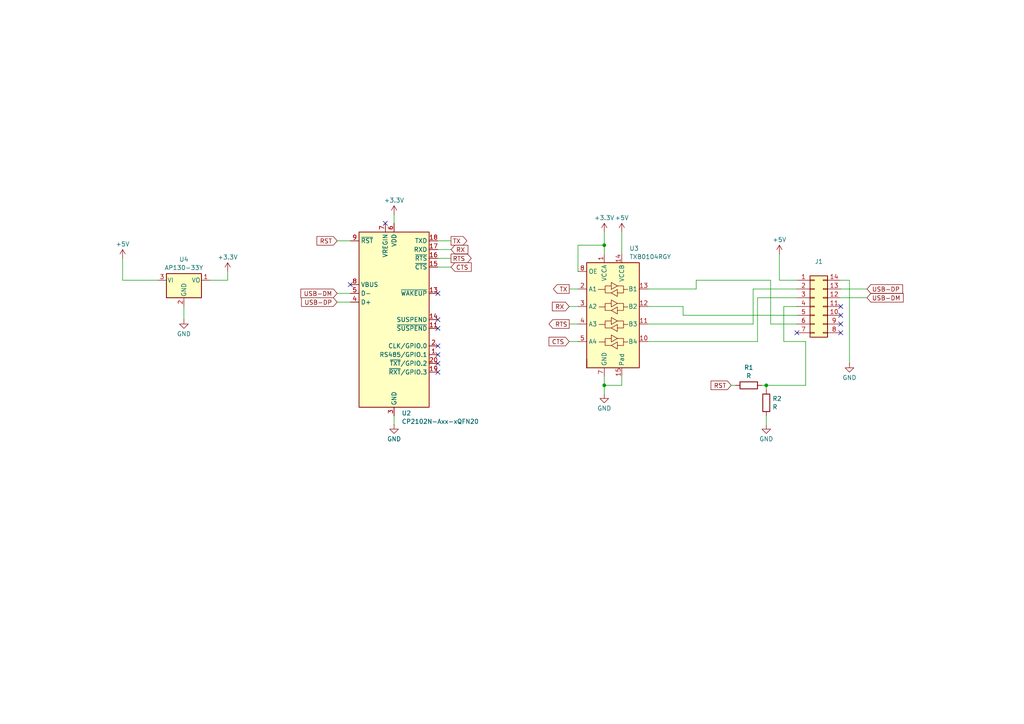
<source format=kicad_sch>
(kicad_sch
	(version 20231120)
	(generator "eeschema")
	(generator_version "8.0")
	(uuid "2741de64-5981-481f-864a-538e303d90ef")
	(paper "A4")
	(lib_symbols
		(symbol "Connector_Generic:Conn_02x07_Counter_Clockwise"
			(pin_names
				(offset 1.016) hide)
			(exclude_from_sim no)
			(in_bom yes)
			(on_board yes)
			(property "Reference" "J"
				(at 1.27 10.16 0)
				(effects
					(font
						(size 1.27 1.27)
					)
				)
			)
			(property "Value" "Conn_02x07_Counter_Clockwise"
				(at 1.27 -10.16 0)
				(effects
					(font
						(size 1.27 1.27)
					)
				)
			)
			(property "Footprint" ""
				(at 0 0 0)
				(effects
					(font
						(size 1.27 1.27)
					)
					(hide yes)
				)
			)
			(property "Datasheet" "~"
				(at 0 0 0)
				(effects
					(font
						(size 1.27 1.27)
					)
					(hide yes)
				)
			)
			(property "Description" "Generic connector, double row, 02x07, counter clockwise pin numbering scheme (similar to DIP package numbering), script generated (kicad-library-utils/schlib/autogen/connector/)"
				(at 0 0 0)
				(effects
					(font
						(size 1.27 1.27)
					)
					(hide yes)
				)
			)
			(property "ki_keywords" "connector"
				(at 0 0 0)
				(effects
					(font
						(size 1.27 1.27)
					)
					(hide yes)
				)
			)
			(property "ki_fp_filters" "Connector*:*_2x??_*"
				(at 0 0 0)
				(effects
					(font
						(size 1.27 1.27)
					)
					(hide yes)
				)
			)
			(symbol "Conn_02x07_Counter_Clockwise_1_1"
				(rectangle
					(start -1.27 -7.493)
					(end 0 -7.747)
					(stroke
						(width 0.1524)
						(type default)
					)
					(fill
						(type none)
					)
				)
				(rectangle
					(start -1.27 -4.953)
					(end 0 -5.207)
					(stroke
						(width 0.1524)
						(type default)
					)
					(fill
						(type none)
					)
				)
				(rectangle
					(start -1.27 -2.413)
					(end 0 -2.667)
					(stroke
						(width 0.1524)
						(type default)
					)
					(fill
						(type none)
					)
				)
				(rectangle
					(start -1.27 0.127)
					(end 0 -0.127)
					(stroke
						(width 0.1524)
						(type default)
					)
					(fill
						(type none)
					)
				)
				(rectangle
					(start -1.27 2.667)
					(end 0 2.413)
					(stroke
						(width 0.1524)
						(type default)
					)
					(fill
						(type none)
					)
				)
				(rectangle
					(start -1.27 5.207)
					(end 0 4.953)
					(stroke
						(width 0.1524)
						(type default)
					)
					(fill
						(type none)
					)
				)
				(rectangle
					(start -1.27 7.747)
					(end 0 7.493)
					(stroke
						(width 0.1524)
						(type default)
					)
					(fill
						(type none)
					)
				)
				(rectangle
					(start -1.27 8.89)
					(end 3.81 -8.89)
					(stroke
						(width 0.254)
						(type default)
					)
					(fill
						(type background)
					)
				)
				(rectangle
					(start 3.81 -7.493)
					(end 2.54 -7.747)
					(stroke
						(width 0.1524)
						(type default)
					)
					(fill
						(type none)
					)
				)
				(rectangle
					(start 3.81 -4.953)
					(end 2.54 -5.207)
					(stroke
						(width 0.1524)
						(type default)
					)
					(fill
						(type none)
					)
				)
				(rectangle
					(start 3.81 -2.413)
					(end 2.54 -2.667)
					(stroke
						(width 0.1524)
						(type default)
					)
					(fill
						(type none)
					)
				)
				(rectangle
					(start 3.81 0.127)
					(end 2.54 -0.127)
					(stroke
						(width 0.1524)
						(type default)
					)
					(fill
						(type none)
					)
				)
				(rectangle
					(start 3.81 2.667)
					(end 2.54 2.413)
					(stroke
						(width 0.1524)
						(type default)
					)
					(fill
						(type none)
					)
				)
				(rectangle
					(start 3.81 5.207)
					(end 2.54 4.953)
					(stroke
						(width 0.1524)
						(type default)
					)
					(fill
						(type none)
					)
				)
				(rectangle
					(start 3.81 7.747)
					(end 2.54 7.493)
					(stroke
						(width 0.1524)
						(type default)
					)
					(fill
						(type none)
					)
				)
				(pin passive line
					(at -5.08 7.62 0)
					(length 3.81)
					(name "Pin_1"
						(effects
							(font
								(size 1.27 1.27)
							)
						)
					)
					(number "1"
						(effects
							(font
								(size 1.27 1.27)
							)
						)
					)
				)
				(pin passive line
					(at 7.62 -2.54 180)
					(length 3.81)
					(name "Pin_10"
						(effects
							(font
								(size 1.27 1.27)
							)
						)
					)
					(number "10"
						(effects
							(font
								(size 1.27 1.27)
							)
						)
					)
				)
				(pin passive line
					(at 7.62 0 180)
					(length 3.81)
					(name "Pin_11"
						(effects
							(font
								(size 1.27 1.27)
							)
						)
					)
					(number "11"
						(effects
							(font
								(size 1.27 1.27)
							)
						)
					)
				)
				(pin passive line
					(at 7.62 2.54 180)
					(length 3.81)
					(name "Pin_12"
						(effects
							(font
								(size 1.27 1.27)
							)
						)
					)
					(number "12"
						(effects
							(font
								(size 1.27 1.27)
							)
						)
					)
				)
				(pin passive line
					(at 7.62 5.08 180)
					(length 3.81)
					(name "Pin_13"
						(effects
							(font
								(size 1.27 1.27)
							)
						)
					)
					(number "13"
						(effects
							(font
								(size 1.27 1.27)
							)
						)
					)
				)
				(pin passive line
					(at 7.62 7.62 180)
					(length 3.81)
					(name "Pin_14"
						(effects
							(font
								(size 1.27 1.27)
							)
						)
					)
					(number "14"
						(effects
							(font
								(size 1.27 1.27)
							)
						)
					)
				)
				(pin passive line
					(at -5.08 5.08 0)
					(length 3.81)
					(name "Pin_2"
						(effects
							(font
								(size 1.27 1.27)
							)
						)
					)
					(number "2"
						(effects
							(font
								(size 1.27 1.27)
							)
						)
					)
				)
				(pin passive line
					(at -5.08 2.54 0)
					(length 3.81)
					(name "Pin_3"
						(effects
							(font
								(size 1.27 1.27)
							)
						)
					)
					(number "3"
						(effects
							(font
								(size 1.27 1.27)
							)
						)
					)
				)
				(pin passive line
					(at -5.08 0 0)
					(length 3.81)
					(name "Pin_4"
						(effects
							(font
								(size 1.27 1.27)
							)
						)
					)
					(number "4"
						(effects
							(font
								(size 1.27 1.27)
							)
						)
					)
				)
				(pin passive line
					(at -5.08 -2.54 0)
					(length 3.81)
					(name "Pin_5"
						(effects
							(font
								(size 1.27 1.27)
							)
						)
					)
					(number "5"
						(effects
							(font
								(size 1.27 1.27)
							)
						)
					)
				)
				(pin passive line
					(at -5.08 -5.08 0)
					(length 3.81)
					(name "Pin_6"
						(effects
							(font
								(size 1.27 1.27)
							)
						)
					)
					(number "6"
						(effects
							(font
								(size 1.27 1.27)
							)
						)
					)
				)
				(pin passive line
					(at -5.08 -7.62 0)
					(length 3.81)
					(name "Pin_7"
						(effects
							(font
								(size 1.27 1.27)
							)
						)
					)
					(number "7"
						(effects
							(font
								(size 1.27 1.27)
							)
						)
					)
				)
				(pin passive line
					(at 7.62 -7.62 180)
					(length 3.81)
					(name "Pin_8"
						(effects
							(font
								(size 1.27 1.27)
							)
						)
					)
					(number "8"
						(effects
							(font
								(size 1.27 1.27)
							)
						)
					)
				)
				(pin passive line
					(at 7.62 -5.08 180)
					(length 3.81)
					(name "Pin_9"
						(effects
							(font
								(size 1.27 1.27)
							)
						)
					)
					(number "9"
						(effects
							(font
								(size 1.27 1.27)
							)
						)
					)
				)
			)
		)
		(symbol "Device:R"
			(pin_numbers hide)
			(pin_names
				(offset 0)
			)
			(exclude_from_sim no)
			(in_bom yes)
			(on_board yes)
			(property "Reference" "R"
				(at 2.032 0 90)
				(effects
					(font
						(size 1.27 1.27)
					)
				)
			)
			(property "Value" "R"
				(at 0 0 90)
				(effects
					(font
						(size 1.27 1.27)
					)
				)
			)
			(property "Footprint" ""
				(at -1.778 0 90)
				(effects
					(font
						(size 1.27 1.27)
					)
					(hide yes)
				)
			)
			(property "Datasheet" "~"
				(at 0 0 0)
				(effects
					(font
						(size 1.27 1.27)
					)
					(hide yes)
				)
			)
			(property "Description" "Resistor"
				(at 0 0 0)
				(effects
					(font
						(size 1.27 1.27)
					)
					(hide yes)
				)
			)
			(property "ki_keywords" "R res resistor"
				(at 0 0 0)
				(effects
					(font
						(size 1.27 1.27)
					)
					(hide yes)
				)
			)
			(property "ki_fp_filters" "R_*"
				(at 0 0 0)
				(effects
					(font
						(size 1.27 1.27)
					)
					(hide yes)
				)
			)
			(symbol "R_0_1"
				(rectangle
					(start -1.016 -2.54)
					(end 1.016 2.54)
					(stroke
						(width 0.254)
						(type default)
					)
					(fill
						(type none)
					)
				)
			)
			(symbol "R_1_1"
				(pin passive line
					(at 0 3.81 270)
					(length 1.27)
					(name "~"
						(effects
							(font
								(size 1.27 1.27)
							)
						)
					)
					(number "1"
						(effects
							(font
								(size 1.27 1.27)
							)
						)
					)
				)
				(pin passive line
					(at 0 -3.81 90)
					(length 1.27)
					(name "~"
						(effects
							(font
								(size 1.27 1.27)
							)
						)
					)
					(number "2"
						(effects
							(font
								(size 1.27 1.27)
							)
						)
					)
				)
			)
		)
		(symbol "Interface_USB:CP2102N-Axx-xQFN20"
			(exclude_from_sim no)
			(in_bom yes)
			(on_board yes)
			(property "Reference" "U"
				(at -8.89 26.67 0)
				(effects
					(font
						(size 1.27 1.27)
					)
				)
			)
			(property "Value" "CP2102N-Axx-xQFN20"
				(at 12.7 26.67 0)
				(effects
					(font
						(size 1.27 1.27)
					)
				)
			)
			(property "Footprint" "Package_DFN_QFN:SiliconLabs_QFN-20-1EP_3x3mm_P0.5mm"
				(at 31.75 -26.67 0)
				(effects
					(font
						(size 1.27 1.27)
					)
					(hide yes)
				)
			)
			(property "Datasheet" "https://www.silabs.com/documents/public/data-sheets/cp2102n-datasheet.pdf"
				(at 1.27 -19.05 0)
				(effects
					(font
						(size 1.27 1.27)
					)
					(hide yes)
				)
			)
			(property "Description" "USB to UART master bridge, QFN-20"
				(at 0 0 0)
				(effects
					(font
						(size 1.27 1.27)
					)
					(hide yes)
				)
			)
			(property "ki_keywords" "USB UART bridge"
				(at 0 0 0)
				(effects
					(font
						(size 1.27 1.27)
					)
					(hide yes)
				)
			)
			(property "ki_fp_filters" "SiliconLabs*QFN*3x3mm*P0.5mm*"
				(at 0 0 0)
				(effects
					(font
						(size 1.27 1.27)
					)
					(hide yes)
				)
			)
			(symbol "CP2102N-Axx-xQFN20_0_1"
				(rectangle
					(start -10.16 25.4)
					(end 10.16 -25.4)
					(stroke
						(width 0.254)
						(type default)
					)
					(fill
						(type background)
					)
				)
			)
			(symbol "CP2102N-Axx-xQFN20_1_1"
				(pin bidirectional line
					(at 12.7 -10.16 180)
					(length 2.54)
					(name "RS485/GPIO.1"
						(effects
							(font
								(size 1.27 1.27)
							)
						)
					)
					(number "1"
						(effects
							(font
								(size 1.27 1.27)
							)
						)
					)
				)
				(pin no_connect line
					(at -10.16 -22.86 0)
					(length 2.54) hide
					(name "NC"
						(effects
							(font
								(size 1.27 1.27)
							)
						)
					)
					(number "10"
						(effects
							(font
								(size 1.27 1.27)
							)
						)
					)
				)
				(pin output line
					(at 12.7 -2.54 180)
					(length 2.54)
					(name "~{SUSPEND}"
						(effects
							(font
								(size 1.27 1.27)
							)
						)
					)
					(number "11"
						(effects
							(font
								(size 1.27 1.27)
							)
						)
					)
				)
				(pin passive line
					(at 0 -27.94 90)
					(length 2.54) hide
					(name "GND"
						(effects
							(font
								(size 1.27 1.27)
							)
						)
					)
					(number "12"
						(effects
							(font
								(size 1.27 1.27)
							)
						)
					)
				)
				(pin input line
					(at 12.7 7.62 180)
					(length 2.54)
					(name "~{WAKEUP}"
						(effects
							(font
								(size 1.27 1.27)
							)
						)
					)
					(number "13"
						(effects
							(font
								(size 1.27 1.27)
							)
						)
					)
				)
				(pin output line
					(at 12.7 0 180)
					(length 2.54)
					(name "SUSPEND"
						(effects
							(font
								(size 1.27 1.27)
							)
						)
					)
					(number "14"
						(effects
							(font
								(size 1.27 1.27)
							)
						)
					)
				)
				(pin input line
					(at 12.7 15.24 180)
					(length 2.54)
					(name "~{CTS}"
						(effects
							(font
								(size 1.27 1.27)
							)
						)
					)
					(number "15"
						(effects
							(font
								(size 1.27 1.27)
							)
						)
					)
				)
				(pin output line
					(at 12.7 17.78 180)
					(length 2.54)
					(name "~{RTS}"
						(effects
							(font
								(size 1.27 1.27)
							)
						)
					)
					(number "16"
						(effects
							(font
								(size 1.27 1.27)
							)
						)
					)
				)
				(pin input line
					(at 12.7 20.32 180)
					(length 2.54)
					(name "RXD"
						(effects
							(font
								(size 1.27 1.27)
							)
						)
					)
					(number "17"
						(effects
							(font
								(size 1.27 1.27)
							)
						)
					)
				)
				(pin output line
					(at 12.7 22.86 180)
					(length 2.54)
					(name "TXD"
						(effects
							(font
								(size 1.27 1.27)
							)
						)
					)
					(number "18"
						(effects
							(font
								(size 1.27 1.27)
							)
						)
					)
				)
				(pin bidirectional line
					(at 12.7 -15.24 180)
					(length 2.54)
					(name "~{RXT}/GPIO.3"
						(effects
							(font
								(size 1.27 1.27)
							)
						)
					)
					(number "19"
						(effects
							(font
								(size 1.27 1.27)
							)
						)
					)
				)
				(pin bidirectional line
					(at 12.7 -7.62 180)
					(length 2.54)
					(name "CLK/GPIO.0"
						(effects
							(font
								(size 1.27 1.27)
							)
						)
					)
					(number "2"
						(effects
							(font
								(size 1.27 1.27)
							)
						)
					)
				)
				(pin bidirectional line
					(at 12.7 -12.7 180)
					(length 2.54)
					(name "~{TXT}/GPIO.2"
						(effects
							(font
								(size 1.27 1.27)
							)
						)
					)
					(number "20"
						(effects
							(font
								(size 1.27 1.27)
							)
						)
					)
				)
				(pin passive line
					(at 0 -27.94 90)
					(length 2.54) hide
					(name "GND"
						(effects
							(font
								(size 1.27 1.27)
							)
						)
					)
					(number "21"
						(effects
							(font
								(size 1.27 1.27)
							)
						)
					)
				)
				(pin power_in line
					(at 0 -27.94 90)
					(length 2.54)
					(name "GND"
						(effects
							(font
								(size 1.27 1.27)
							)
						)
					)
					(number "3"
						(effects
							(font
								(size 1.27 1.27)
							)
						)
					)
				)
				(pin bidirectional line
					(at -12.7 5.08 0)
					(length 2.54)
					(name "D+"
						(effects
							(font
								(size 1.27 1.27)
							)
						)
					)
					(number "4"
						(effects
							(font
								(size 1.27 1.27)
							)
						)
					)
				)
				(pin bidirectional line
					(at -12.7 7.62 0)
					(length 2.54)
					(name "D-"
						(effects
							(font
								(size 1.27 1.27)
							)
						)
					)
					(number "5"
						(effects
							(font
								(size 1.27 1.27)
							)
						)
					)
				)
				(pin power_in line
					(at 0 27.94 270)
					(length 2.54)
					(name "VDD"
						(effects
							(font
								(size 1.27 1.27)
							)
						)
					)
					(number "6"
						(effects
							(font
								(size 1.27 1.27)
							)
						)
					)
				)
				(pin power_in line
					(at -2.54 27.94 270)
					(length 2.54)
					(name "VREGIN"
						(effects
							(font
								(size 1.27 1.27)
							)
						)
					)
					(number "7"
						(effects
							(font
								(size 1.27 1.27)
							)
						)
					)
				)
				(pin input line
					(at -12.7 10.16 0)
					(length 2.54)
					(name "VBUS"
						(effects
							(font
								(size 1.27 1.27)
							)
						)
					)
					(number "8"
						(effects
							(font
								(size 1.27 1.27)
							)
						)
					)
				)
				(pin input line
					(at -12.7 22.86 0)
					(length 2.54)
					(name "~{RST}"
						(effects
							(font
								(size 1.27 1.27)
							)
						)
					)
					(number "9"
						(effects
							(font
								(size 1.27 1.27)
							)
						)
					)
				)
			)
		)
		(symbol "Logic_LevelTranslator:TXB0104RGY"
			(exclude_from_sim no)
			(in_bom yes)
			(on_board yes)
			(property "Reference" "U"
				(at -6.35 16.51 0)
				(effects
					(font
						(size 1.27 1.27)
					)
				)
			)
			(property "Value" "TXB0104RGY"
				(at 3.81 16.51 0)
				(effects
					(font
						(size 1.27 1.27)
					)
					(justify left)
				)
			)
			(property "Footprint" "Package_DFN_QFN:Texas_S-PVQFN-N14"
				(at 0 -19.05 0)
				(effects
					(font
						(size 1.27 1.27)
					)
					(hide yes)
				)
			)
			(property "Datasheet" "http://www.ti.com/lit/ds/symlink/txb0104.pdf"
				(at 2.794 2.413 0)
				(effects
					(font
						(size 1.27 1.27)
					)
					(hide yes)
				)
			)
			(property "Description" "4-Bit Bidirectional Voltage-Level Translator, Auto Direction Sensing and ±15-kV ESD Protection, 1.2 - 3.6V APort, 1.65 - 5.5V BPort, Texas_PVGFN-14"
				(at 0 0 0)
				(effects
					(font
						(size 1.27 1.27)
					)
					(hide yes)
				)
			)
			(property "ki_keywords" "Level-Shifter CMOS-TTL-Translation"
				(at 0 0 0)
				(effects
					(font
						(size 1.27 1.27)
					)
					(hide yes)
				)
			)
			(property "ki_fp_filters" "Texas*S*PVQFN*N14*"
				(at 0 0 0)
				(effects
					(font
						(size 1.27 1.27)
					)
					(hide yes)
				)
			)
			(symbol "TXB0104RGY_0_1"
				(rectangle
					(start -7.62 -15.24)
					(end -7.62 -12.7)
					(stroke
						(width 0.254)
						(type default)
					)
					(fill
						(type none)
					)
				)
				(rectangle
					(start -7.62 15.24)
					(end 7.62 -15.24)
					(stroke
						(width 0.254)
						(type default)
					)
					(fill
						(type background)
					)
				)
				(polyline
					(pts
						(xy -2.286 -7.747) (xy -2.286 -6.731) (xy -0.508 -6.731)
					)
					(stroke
						(width 0)
						(type default)
					)
					(fill
						(type none)
					)
				)
				(polyline
					(pts
						(xy -2.286 -2.667) (xy -2.286 -1.651) (xy -0.508 -1.651)
					)
					(stroke
						(width 0)
						(type default)
					)
					(fill
						(type none)
					)
				)
				(polyline
					(pts
						(xy -2.286 2.413) (xy -2.286 3.429) (xy -0.508 3.429)
					)
					(stroke
						(width 0)
						(type default)
					)
					(fill
						(type none)
					)
				)
				(polyline
					(pts
						(xy -2.286 7.493) (xy -2.286 8.509) (xy -0.508 8.509)
					)
					(stroke
						(width 0)
						(type default)
					)
					(fill
						(type none)
					)
				)
				(polyline
					(pts
						(xy 3.048 -7.747) (xy 3.048 -8.763) (xy 1.27 -8.763)
					)
					(stroke
						(width 0)
						(type default)
					)
					(fill
						(type none)
					)
				)
				(polyline
					(pts
						(xy 3.048 -2.667) (xy 3.048 -3.683) (xy 1.27 -3.683)
					)
					(stroke
						(width 0)
						(type default)
					)
					(fill
						(type none)
					)
				)
				(polyline
					(pts
						(xy 3.048 2.413) (xy 3.048 1.397) (xy 1.27 1.397)
					)
					(stroke
						(width 0)
						(type default)
					)
					(fill
						(type none)
					)
				)
				(polyline
					(pts
						(xy 3.048 7.493) (xy 3.048 6.477) (xy 1.27 6.477)
					)
					(stroke
						(width 0)
						(type default)
					)
					(fill
						(type none)
					)
				)
				(polyline
					(pts
						(xy -0.508 -8.763) (xy -2.286 -8.763) (xy -2.286 -7.747) (xy -4.064 -7.747)
					)
					(stroke
						(width 0)
						(type default)
					)
					(fill
						(type none)
					)
				)
				(polyline
					(pts
						(xy -0.508 -8.763) (xy 1.27 -7.747) (xy 1.27 -9.779) (xy -0.508 -8.763)
					)
					(stroke
						(width 0)
						(type default)
					)
					(fill
						(type none)
					)
				)
				(polyline
					(pts
						(xy -0.508 -3.683) (xy -2.286 -3.683) (xy -2.286 -2.667) (xy -4.064 -2.667)
					)
					(stroke
						(width 0)
						(type default)
					)
					(fill
						(type none)
					)
				)
				(polyline
					(pts
						(xy -0.508 -3.683) (xy 1.27 -2.667) (xy 1.27 -4.699) (xy -0.508 -3.683)
					)
					(stroke
						(width 0)
						(type default)
					)
					(fill
						(type none)
					)
				)
				(polyline
					(pts
						(xy -0.508 1.397) (xy -2.286 1.397) (xy -2.286 2.413) (xy -4.064 2.413)
					)
					(stroke
						(width 0)
						(type default)
					)
					(fill
						(type none)
					)
				)
				(polyline
					(pts
						(xy -0.508 1.397) (xy 1.27 2.413) (xy 1.27 0.381) (xy -0.508 1.397)
					)
					(stroke
						(width 0)
						(type default)
					)
					(fill
						(type none)
					)
				)
				(polyline
					(pts
						(xy -0.508 6.477) (xy -2.286 6.477) (xy -2.286 7.493) (xy -4.318 7.493)
					)
					(stroke
						(width 0)
						(type default)
					)
					(fill
						(type none)
					)
				)
				(polyline
					(pts
						(xy -0.508 6.477) (xy 1.27 7.493) (xy 1.27 5.461) (xy -0.508 6.477)
					)
					(stroke
						(width 0)
						(type default)
					)
					(fill
						(type none)
					)
				)
				(polyline
					(pts
						(xy 1.27 -6.731) (xy -0.508 -7.747) (xy -0.508 -5.715) (xy 1.27 -6.731)
					)
					(stroke
						(width 0)
						(type default)
					)
					(fill
						(type none)
					)
				)
				(polyline
					(pts
						(xy 1.27 -6.731) (xy 3.048 -6.731) (xy 3.048 -7.747) (xy 4.318 -7.747)
					)
					(stroke
						(width 0)
						(type default)
					)
					(fill
						(type none)
					)
				)
				(polyline
					(pts
						(xy 1.27 -1.651) (xy -0.508 -2.667) (xy -0.508 -0.635) (xy 1.27 -1.651)
					)
					(stroke
						(width 0)
						(type default)
					)
					(fill
						(type none)
					)
				)
				(polyline
					(pts
						(xy 1.27 -1.651) (xy 3.048 -1.651) (xy 3.048 -2.667) (xy 4.318 -2.667)
					)
					(stroke
						(width 0)
						(type default)
					)
					(fill
						(type none)
					)
				)
				(polyline
					(pts
						(xy 1.27 3.429) (xy -0.508 2.413) (xy -0.508 4.445) (xy 1.27 3.429)
					)
					(stroke
						(width 0)
						(type default)
					)
					(fill
						(type none)
					)
				)
				(polyline
					(pts
						(xy 1.27 3.429) (xy 3.048 3.429) (xy 3.048 2.413) (xy 4.318 2.413)
					)
					(stroke
						(width 0)
						(type default)
					)
					(fill
						(type none)
					)
				)
				(polyline
					(pts
						(xy 1.27 8.509) (xy -0.508 7.493) (xy -0.508 9.525) (xy 1.27 8.509)
					)
					(stroke
						(width 0)
						(type default)
					)
					(fill
						(type none)
					)
				)
				(polyline
					(pts
						(xy 1.27 8.509) (xy 3.048 8.509) (xy 3.048 7.493) (xy 4.318 7.493)
					)
					(stroke
						(width 0)
						(type default)
					)
					(fill
						(type none)
					)
				)
			)
			(symbol "TXB0104RGY_1_1"
				(pin power_in line
					(at -2.54 17.78 270)
					(length 2.54)
					(name "VCCA"
						(effects
							(font
								(size 1.27 1.27)
							)
						)
					)
					(number "1"
						(effects
							(font
								(size 1.27 1.27)
							)
						)
					)
				)
				(pin bidirectional line
					(at 10.16 -7.62 180)
					(length 2.54)
					(name "B4"
						(effects
							(font
								(size 1.27 1.27)
							)
						)
					)
					(number "10"
						(effects
							(font
								(size 1.27 1.27)
							)
						)
					)
				)
				(pin bidirectional line
					(at 10.16 -2.54 180)
					(length 2.54)
					(name "B3"
						(effects
							(font
								(size 1.27 1.27)
							)
						)
					)
					(number "11"
						(effects
							(font
								(size 1.27 1.27)
							)
						)
					)
				)
				(pin bidirectional line
					(at 10.16 2.54 180)
					(length 2.54)
					(name "B2"
						(effects
							(font
								(size 1.27 1.27)
							)
						)
					)
					(number "12"
						(effects
							(font
								(size 1.27 1.27)
							)
						)
					)
				)
				(pin bidirectional line
					(at 10.16 7.62 180)
					(length 2.54)
					(name "B1"
						(effects
							(font
								(size 1.27 1.27)
							)
						)
					)
					(number "13"
						(effects
							(font
								(size 1.27 1.27)
							)
						)
					)
				)
				(pin power_in line
					(at 2.54 17.78 270)
					(length 2.54)
					(name "VCCB"
						(effects
							(font
								(size 1.27 1.27)
							)
						)
					)
					(number "14"
						(effects
							(font
								(size 1.27 1.27)
							)
						)
					)
				)
				(pin input line
					(at 2.54 -17.78 90)
					(length 2.54)
					(name "Pad"
						(effects
							(font
								(size 1.27 1.27)
							)
						)
					)
					(number "15"
						(effects
							(font
								(size 1.27 1.27)
							)
						)
					)
				)
				(pin bidirectional line
					(at -10.16 7.62 0)
					(length 2.54)
					(name "A1"
						(effects
							(font
								(size 1.27 1.27)
							)
						)
					)
					(number "2"
						(effects
							(font
								(size 1.27 1.27)
							)
						)
					)
				)
				(pin bidirectional line
					(at -10.16 2.54 0)
					(length 2.54)
					(name "A2"
						(effects
							(font
								(size 1.27 1.27)
							)
						)
					)
					(number "3"
						(effects
							(font
								(size 1.27 1.27)
							)
						)
					)
				)
				(pin bidirectional line
					(at -10.16 -2.54 0)
					(length 2.54)
					(name "A3"
						(effects
							(font
								(size 1.27 1.27)
							)
						)
					)
					(number "4"
						(effects
							(font
								(size 1.27 1.27)
							)
						)
					)
				)
				(pin bidirectional line
					(at -10.16 -7.62 0)
					(length 2.54)
					(name "A4"
						(effects
							(font
								(size 1.27 1.27)
							)
						)
					)
					(number "5"
						(effects
							(font
								(size 1.27 1.27)
							)
						)
					)
				)
				(pin no_connect line
					(at -7.62 -12.7 0)
					(length 2.54) hide
					(name "NC"
						(effects
							(font
								(size 1.27 1.27)
							)
						)
					)
					(number "6"
						(effects
							(font
								(size 1.27 1.27)
							)
						)
					)
				)
				(pin power_in line
					(at -2.54 -17.78 90)
					(length 2.54)
					(name "GND"
						(effects
							(font
								(size 1.27 1.27)
							)
						)
					)
					(number "7"
						(effects
							(font
								(size 1.27 1.27)
							)
						)
					)
				)
				(pin input line
					(at -10.16 12.7 0)
					(length 2.54)
					(name "OE"
						(effects
							(font
								(size 1.27 1.27)
							)
						)
					)
					(number "8"
						(effects
							(font
								(size 1.27 1.27)
							)
						)
					)
				)
				(pin no_connect line
					(at 7.62 -12.7 180)
					(length 2.54) hide
					(name "NC"
						(effects
							(font
								(size 1.27 1.27)
							)
						)
					)
					(number "9"
						(effects
							(font
								(size 1.27 1.27)
							)
						)
					)
				)
			)
		)
		(symbol "Regulator_Linear:AP130-33Y"
			(pin_names
				(offset 0.254)
			)
			(exclude_from_sim no)
			(in_bom yes)
			(on_board yes)
			(property "Reference" "U"
				(at -3.81 3.175 0)
				(effects
					(font
						(size 1.27 1.27)
					)
				)
			)
			(property "Value" "AP130-33Y"
				(at 0 3.175 0)
				(effects
					(font
						(size 1.27 1.27)
					)
					(justify left)
				)
			)
			(property "Footprint" "Package_TO_SOT_SMD:SOT-89-3"
				(at 0 5.715 0)
				(effects
					(font
						(size 1.27 1.27)
						(italic yes)
					)
					(hide yes)
				)
			)
			(property "Datasheet" "https://www.diodes.com/assets/Datasheets/AP130.pdf"
				(at 0 -1.27 0)
				(effects
					(font
						(size 1.27 1.27)
					)
					(hide yes)
				)
			)
			(property "Description" "0.3A Low Dropout regulator, positive, 3.3V fixed output, SOT-89"
				(at 0 0 0)
				(effects
					(font
						(size 1.27 1.27)
					)
					(hide yes)
				)
			)
			(property "ki_keywords" "linear regulator ldo fixed positive"
				(at 0 0 0)
				(effects
					(font
						(size 1.27 1.27)
					)
					(hide yes)
				)
			)
			(property "ki_fp_filters" "SOT?89*3*"
				(at 0 0 0)
				(effects
					(font
						(size 1.27 1.27)
					)
					(hide yes)
				)
			)
			(symbol "AP130-33Y_0_1"
				(rectangle
					(start -5.08 1.905)
					(end 5.08 -5.08)
					(stroke
						(width 0.254)
						(type default)
					)
					(fill
						(type background)
					)
				)
			)
			(symbol "AP130-33Y_1_1"
				(pin power_out line
					(at 7.62 0 180)
					(length 2.54)
					(name "VO"
						(effects
							(font
								(size 1.27 1.27)
							)
						)
					)
					(number "1"
						(effects
							(font
								(size 1.27 1.27)
							)
						)
					)
				)
				(pin power_in line
					(at 0 -7.62 90)
					(length 2.54)
					(name "GND"
						(effects
							(font
								(size 1.27 1.27)
							)
						)
					)
					(number "2"
						(effects
							(font
								(size 1.27 1.27)
							)
						)
					)
				)
				(pin power_in line
					(at -7.62 0 0)
					(length 2.54)
					(name "VI"
						(effects
							(font
								(size 1.27 1.27)
							)
						)
					)
					(number "3"
						(effects
							(font
								(size 1.27 1.27)
							)
						)
					)
				)
			)
		)
		(symbol "power:+3.3V"
			(power)
			(pin_numbers hide)
			(pin_names
				(offset 0) hide)
			(exclude_from_sim no)
			(in_bom yes)
			(on_board yes)
			(property "Reference" "#PWR"
				(at 0 -3.81 0)
				(effects
					(font
						(size 1.27 1.27)
					)
					(hide yes)
				)
			)
			(property "Value" "+3.3V"
				(at 0 3.556 0)
				(effects
					(font
						(size 1.27 1.27)
					)
				)
			)
			(property "Footprint" ""
				(at 0 0 0)
				(effects
					(font
						(size 1.27 1.27)
					)
					(hide yes)
				)
			)
			(property "Datasheet" ""
				(at 0 0 0)
				(effects
					(font
						(size 1.27 1.27)
					)
					(hide yes)
				)
			)
			(property "Description" "Power symbol creates a global label with name \"+3.3V\""
				(at 0 0 0)
				(effects
					(font
						(size 1.27 1.27)
					)
					(hide yes)
				)
			)
			(property "ki_keywords" "global power"
				(at 0 0 0)
				(effects
					(font
						(size 1.27 1.27)
					)
					(hide yes)
				)
			)
			(symbol "+3.3V_0_1"
				(polyline
					(pts
						(xy -0.762 1.27) (xy 0 2.54)
					)
					(stroke
						(width 0)
						(type default)
					)
					(fill
						(type none)
					)
				)
				(polyline
					(pts
						(xy 0 0) (xy 0 2.54)
					)
					(stroke
						(width 0)
						(type default)
					)
					(fill
						(type none)
					)
				)
				(polyline
					(pts
						(xy 0 2.54) (xy 0.762 1.27)
					)
					(stroke
						(width 0)
						(type default)
					)
					(fill
						(type none)
					)
				)
			)
			(symbol "+3.3V_1_1"
				(pin power_in line
					(at 0 0 90)
					(length 0)
					(name "~"
						(effects
							(font
								(size 1.27 1.27)
							)
						)
					)
					(number "1"
						(effects
							(font
								(size 1.27 1.27)
							)
						)
					)
				)
			)
		)
		(symbol "power:+5V"
			(power)
			(pin_numbers hide)
			(pin_names
				(offset 0) hide)
			(exclude_from_sim no)
			(in_bom yes)
			(on_board yes)
			(property "Reference" "#PWR"
				(at 0 -3.81 0)
				(effects
					(font
						(size 1.27 1.27)
					)
					(hide yes)
				)
			)
			(property "Value" "+5V"
				(at 0 3.556 0)
				(effects
					(font
						(size 1.27 1.27)
					)
				)
			)
			(property "Footprint" ""
				(at 0 0 0)
				(effects
					(font
						(size 1.27 1.27)
					)
					(hide yes)
				)
			)
			(property "Datasheet" ""
				(at 0 0 0)
				(effects
					(font
						(size 1.27 1.27)
					)
					(hide yes)
				)
			)
			(property "Description" "Power symbol creates a global label with name \"+5V\""
				(at 0 0 0)
				(effects
					(font
						(size 1.27 1.27)
					)
					(hide yes)
				)
			)
			(property "ki_keywords" "global power"
				(at 0 0 0)
				(effects
					(font
						(size 1.27 1.27)
					)
					(hide yes)
				)
			)
			(symbol "+5V_0_1"
				(polyline
					(pts
						(xy -0.762 1.27) (xy 0 2.54)
					)
					(stroke
						(width 0)
						(type default)
					)
					(fill
						(type none)
					)
				)
				(polyline
					(pts
						(xy 0 0) (xy 0 2.54)
					)
					(stroke
						(width 0)
						(type default)
					)
					(fill
						(type none)
					)
				)
				(polyline
					(pts
						(xy 0 2.54) (xy 0.762 1.27)
					)
					(stroke
						(width 0)
						(type default)
					)
					(fill
						(type none)
					)
				)
			)
			(symbol "+5V_1_1"
				(pin power_in line
					(at 0 0 90)
					(length 0)
					(name "~"
						(effects
							(font
								(size 1.27 1.27)
							)
						)
					)
					(number "1"
						(effects
							(font
								(size 1.27 1.27)
							)
						)
					)
				)
			)
		)
		(symbol "power:GND"
			(power)
			(pin_numbers hide)
			(pin_names
				(offset 0) hide)
			(exclude_from_sim no)
			(in_bom yes)
			(on_board yes)
			(property "Reference" "#PWR"
				(at 0 -6.35 0)
				(effects
					(font
						(size 1.27 1.27)
					)
					(hide yes)
				)
			)
			(property "Value" "GND"
				(at 0 -3.81 0)
				(effects
					(font
						(size 1.27 1.27)
					)
				)
			)
			(property "Footprint" ""
				(at 0 0 0)
				(effects
					(font
						(size 1.27 1.27)
					)
					(hide yes)
				)
			)
			(property "Datasheet" ""
				(at 0 0 0)
				(effects
					(font
						(size 1.27 1.27)
					)
					(hide yes)
				)
			)
			(property "Description" "Power symbol creates a global label with name \"GND\" , ground"
				(at 0 0 0)
				(effects
					(font
						(size 1.27 1.27)
					)
					(hide yes)
				)
			)
			(property "ki_keywords" "global power"
				(at 0 0 0)
				(effects
					(font
						(size 1.27 1.27)
					)
					(hide yes)
				)
			)
			(symbol "GND_0_1"
				(polyline
					(pts
						(xy 0 0) (xy 0 -1.27) (xy 1.27 -1.27) (xy 0 -2.54) (xy -1.27 -1.27) (xy 0 -1.27)
					)
					(stroke
						(width 0)
						(type default)
					)
					(fill
						(type none)
					)
				)
			)
			(symbol "GND_1_1"
				(pin power_in line
					(at 0 0 270)
					(length 0)
					(name "~"
						(effects
							(font
								(size 1.27 1.27)
							)
						)
					)
					(number "1"
						(effects
							(font
								(size 1.27 1.27)
							)
						)
					)
				)
			)
		)
	)
	(junction
		(at 222.25 111.76)
		(diameter 0)
		(color 0 0 0 0)
		(uuid "1bea6910-5d22-443f-984b-b1cb23f16998")
	)
	(junction
		(at 175.26 111.76)
		(diameter 0)
		(color 0 0 0 0)
		(uuid "51d1404a-f2ad-4773-a784-ab177534d7ba")
	)
	(junction
		(at 175.26 71.12)
		(diameter 0)
		(color 0 0 0 0)
		(uuid "93268bc5-e8e2-43ac-bd77-a761692562fe")
	)
	(no_connect
		(at 127 95.25)
		(uuid "0b2dd086-b014-440b-846c-c8a201294d28")
	)
	(no_connect
		(at 231.14 96.52)
		(uuid "1232fb81-40d0-4607-89a1-7e0a758f1b89")
	)
	(no_connect
		(at 101.6 82.55)
		(uuid "20b8c66c-eef9-4bc5-8cb0-1f5b1051aa54")
	)
	(no_connect
		(at 127 102.87)
		(uuid "21d9d715-cb6b-4f0f-9e95-232dcaeb63e1")
	)
	(no_connect
		(at 127 107.95)
		(uuid "2646e26d-88cd-459b-ad5f-30359b225308")
	)
	(no_connect
		(at 127 105.41)
		(uuid "53dbe536-73a2-4e6f-b44b-0597d6a2058e")
	)
	(no_connect
		(at 243.84 91.44)
		(uuid "55e2c333-7e3e-4757-b99d-e5a8053ed858")
	)
	(no_connect
		(at 127 92.71)
		(uuid "5d298264-a291-403b-85f0-39495bb4a447")
	)
	(no_connect
		(at 243.84 88.9)
		(uuid "6c278d52-8de7-4726-8572-cc17e1ee17a3")
	)
	(no_connect
		(at 243.84 93.98)
		(uuid "6ec9096e-c3fc-4367-b58c-24bdc694d477")
	)
	(no_connect
		(at 127 100.33)
		(uuid "8da0726d-d3e0-417e-8f87-ffb2084acb37")
	)
	(no_connect
		(at 243.84 96.52)
		(uuid "d66e32ab-9930-447b-a15f-208df41d1e1e")
	)
	(no_connect
		(at 127 85.09)
		(uuid "e94a4202-876e-4a12-aafe-a5abd15eec7f")
	)
	(no_connect
		(at 111.76 64.77)
		(uuid "f60a6fdd-7fa0-4f2b-a87a-ad4a6cd45169")
	)
	(wire
		(pts
			(xy 231.14 83.82) (xy 218.44 83.82)
		)
		(stroke
			(width 0)
			(type default)
		)
		(uuid "01d268f8-1004-4936-bdb1-b620c7351e2f")
	)
	(wire
		(pts
			(xy 222.25 111.76) (xy 220.98 111.76)
		)
		(stroke
			(width 0)
			(type default)
		)
		(uuid "036d3e1a-f8c5-48d5-b1e5-3a0dec449246")
	)
	(wire
		(pts
			(xy 226.06 81.28) (xy 231.14 81.28)
		)
		(stroke
			(width 0)
			(type default)
		)
		(uuid "06ebddb5-cbd6-47a9-a4b3-179186241d6e")
	)
	(wire
		(pts
			(xy 165.1 93.98) (xy 167.64 93.98)
		)
		(stroke
			(width 0)
			(type default)
		)
		(uuid "06ff5f7f-4ce6-4491-bb94-da188f382652")
	)
	(wire
		(pts
			(xy 167.64 71.12) (xy 175.26 71.12)
		)
		(stroke
			(width 0)
			(type default)
		)
		(uuid "07cc3703-88bb-4bfd-9c5b-bbb8cc327510")
	)
	(wire
		(pts
			(xy 175.26 109.22) (xy 175.26 111.76)
		)
		(stroke
			(width 0)
			(type default)
		)
		(uuid "090a9c5e-8a9c-4ebb-a1bd-0558762b8ce9")
	)
	(wire
		(pts
			(xy 218.44 93.98) (xy 187.96 93.98)
		)
		(stroke
			(width 0)
			(type default)
		)
		(uuid "0c214c2c-aa9a-4082-8f72-02d2f3ec767f")
	)
	(wire
		(pts
			(xy 53.34 88.9) (xy 53.34 92.71)
		)
		(stroke
			(width 0)
			(type default)
		)
		(uuid "0c35067e-8320-46df-a22e-4a39ffec1b29")
	)
	(wire
		(pts
			(xy 175.26 111.76) (xy 180.34 111.76)
		)
		(stroke
			(width 0)
			(type default)
		)
		(uuid "0e452ff5-181e-47e7-a04f-888878e6f077")
	)
	(wire
		(pts
			(xy 97.79 69.85) (xy 101.6 69.85)
		)
		(stroke
			(width 0)
			(type default)
		)
		(uuid "184343e5-63cc-4edc-b609-f9bed1d4361c")
	)
	(wire
		(pts
			(xy 198.12 91.44) (xy 198.12 88.9)
		)
		(stroke
			(width 0)
			(type default)
		)
		(uuid "1a8c4a25-a89c-4a34-bce6-7880963ce34d")
	)
	(wire
		(pts
			(xy 223.52 93.98) (xy 223.52 81.28)
		)
		(stroke
			(width 0)
			(type default)
		)
		(uuid "1dd17fb1-d37f-41e4-bf5c-881214c385bc")
	)
	(wire
		(pts
			(xy 114.3 120.65) (xy 114.3 123.19)
		)
		(stroke
			(width 0)
			(type default)
		)
		(uuid "33fb1883-0fc8-4e8c-a755-cde3c036e6f9")
	)
	(wire
		(pts
			(xy 212.09 111.76) (xy 213.36 111.76)
		)
		(stroke
			(width 0)
			(type default)
		)
		(uuid "382cfafe-dad7-4e57-b279-6c32f7f5c3ef")
	)
	(wire
		(pts
			(xy 243.84 83.82) (xy 251.46 83.82)
		)
		(stroke
			(width 0)
			(type default)
		)
		(uuid "393fd510-4d60-46a3-8bcd-712c8673fb39")
	)
	(wire
		(pts
			(xy 165.1 83.82) (xy 167.64 83.82)
		)
		(stroke
			(width 0)
			(type default)
		)
		(uuid "3bb17984-3b26-41bf-bb09-a96834dbd6e2")
	)
	(wire
		(pts
			(xy 165.1 99.06) (xy 167.64 99.06)
		)
		(stroke
			(width 0)
			(type default)
		)
		(uuid "3c8467cd-c934-48f8-8e7f-3fc8df088c88")
	)
	(wire
		(pts
			(xy 66.04 81.28) (xy 66.04 78.74)
		)
		(stroke
			(width 0)
			(type default)
		)
		(uuid "3d40ba13-61b5-48fb-b749-dcbf0c3576dc")
	)
	(wire
		(pts
			(xy 165.1 88.9) (xy 167.64 88.9)
		)
		(stroke
			(width 0)
			(type default)
		)
		(uuid "4148fd01-8698-4261-bc82-e335fd024419")
	)
	(wire
		(pts
			(xy 233.68 111.76) (xy 233.68 99.06)
		)
		(stroke
			(width 0)
			(type default)
		)
		(uuid "449743df-dfc6-44bc-b095-df212667cee0")
	)
	(wire
		(pts
			(xy 218.44 83.82) (xy 218.44 93.98)
		)
		(stroke
			(width 0)
			(type default)
		)
		(uuid "52beaf0e-3cae-4d56-b1ed-953e24324a7f")
	)
	(wire
		(pts
			(xy 127 77.47) (xy 130.81 77.47)
		)
		(stroke
			(width 0)
			(type default)
		)
		(uuid "57e0e97d-2fe4-47a6-8bea-1263b17f460a")
	)
	(wire
		(pts
			(xy 45.72 81.28) (xy 35.56 81.28)
		)
		(stroke
			(width 0)
			(type default)
		)
		(uuid "5f0fc5ef-c520-4a96-80ee-782b4f831514")
	)
	(wire
		(pts
			(xy 114.3 62.23) (xy 114.3 64.77)
		)
		(stroke
			(width 0)
			(type default)
		)
		(uuid "6217911d-52e5-48f8-b7a3-daf300236537")
	)
	(wire
		(pts
			(xy 175.26 71.12) (xy 175.26 67.31)
		)
		(stroke
			(width 0)
			(type default)
		)
		(uuid "6231126f-9f32-4652-ac67-22ca09821723")
	)
	(wire
		(pts
			(xy 187.96 99.06) (xy 219.71 99.06)
		)
		(stroke
			(width 0)
			(type default)
		)
		(uuid "656080d1-fbe4-42a1-bbb8-a223bf049e1b")
	)
	(wire
		(pts
			(xy 201.93 81.28) (xy 201.93 83.82)
		)
		(stroke
			(width 0)
			(type default)
		)
		(uuid "673e4142-2515-43bc-b6e8-adc23f249fdc")
	)
	(wire
		(pts
			(xy 198.12 88.9) (xy 187.96 88.9)
		)
		(stroke
			(width 0)
			(type default)
		)
		(uuid "737c0e9b-8de2-4265-92f7-bbf8488ef96d")
	)
	(wire
		(pts
			(xy 222.25 120.65) (xy 222.25 123.19)
		)
		(stroke
			(width 0)
			(type default)
		)
		(uuid "76b1bd93-3033-491f-a3e1-24264e2ee251")
	)
	(wire
		(pts
			(xy 127 69.85) (xy 130.81 69.85)
		)
		(stroke
			(width 0)
			(type default)
		)
		(uuid "80caa87f-65b2-44b8-bb69-0c4790f7f63b")
	)
	(wire
		(pts
			(xy 222.25 111.76) (xy 222.25 113.03)
		)
		(stroke
			(width 0)
			(type default)
		)
		(uuid "8ae3bd2b-8beb-4503-80b0-a33980a635ee")
	)
	(wire
		(pts
			(xy 97.79 87.63) (xy 101.6 87.63)
		)
		(stroke
			(width 0)
			(type default)
		)
		(uuid "90126ca3-b0be-48c4-bb4e-02f95d6f424c")
	)
	(wire
		(pts
			(xy 231.14 93.98) (xy 223.52 93.98)
		)
		(stroke
			(width 0)
			(type default)
		)
		(uuid "96db256e-0a6e-4ba2-ab02-995b22b69a01")
	)
	(wire
		(pts
			(xy 246.38 81.28) (xy 246.38 105.41)
		)
		(stroke
			(width 0)
			(type default)
		)
		(uuid "9dd2aeae-d466-4ec1-841d-b8d780299ab8")
	)
	(wire
		(pts
			(xy 175.26 71.12) (xy 175.26 73.66)
		)
		(stroke
			(width 0)
			(type default)
		)
		(uuid "aa88ab18-5c44-44c4-beaf-57387923d553")
	)
	(wire
		(pts
			(xy 227.33 99.06) (xy 227.33 88.9)
		)
		(stroke
			(width 0)
			(type default)
		)
		(uuid "b067470e-86f3-4800-8f76-3c6fea323583")
	)
	(wire
		(pts
			(xy 226.06 73.66) (xy 226.06 81.28)
		)
		(stroke
			(width 0)
			(type default)
		)
		(uuid "b267fa88-9fdd-4f14-8149-7b159cb138ca")
	)
	(wire
		(pts
			(xy 35.56 81.28) (xy 35.56 74.93)
		)
		(stroke
			(width 0)
			(type default)
		)
		(uuid "b5e66e74-2f50-4268-baf7-2ea4d0ec3e49")
	)
	(wire
		(pts
			(xy 127 72.39) (xy 130.81 72.39)
		)
		(stroke
			(width 0)
			(type default)
		)
		(uuid "b5ec188c-1280-4a37-9b8a-9f1a7d3c3c55")
	)
	(wire
		(pts
			(xy 219.71 86.36) (xy 231.14 86.36)
		)
		(stroke
			(width 0)
			(type default)
		)
		(uuid "b8d810da-4493-4c25-8462-a5d184b16af2")
	)
	(wire
		(pts
			(xy 97.79 85.09) (xy 101.6 85.09)
		)
		(stroke
			(width 0)
			(type default)
		)
		(uuid "b9b72688-6e10-4797-b926-e6b2986197f6")
	)
	(wire
		(pts
			(xy 180.34 67.31) (xy 180.34 73.66)
		)
		(stroke
			(width 0)
			(type default)
		)
		(uuid "bd23a433-2ae0-4d5d-b28b-bb7c1638367e")
	)
	(wire
		(pts
			(xy 175.26 111.76) (xy 175.26 114.3)
		)
		(stroke
			(width 0)
			(type default)
		)
		(uuid "caaae388-e9e6-42aa-acc1-4c1b37e0fdee")
	)
	(wire
		(pts
			(xy 219.71 99.06) (xy 219.71 86.36)
		)
		(stroke
			(width 0)
			(type default)
		)
		(uuid "cc733007-ac85-48c4-af2b-8d8d4872898b")
	)
	(wire
		(pts
			(xy 180.34 109.22) (xy 180.34 111.76)
		)
		(stroke
			(width 0)
			(type default)
		)
		(uuid "cea5d0a6-5827-4387-87dc-16afa3b195de")
	)
	(wire
		(pts
			(xy 223.52 81.28) (xy 201.93 81.28)
		)
		(stroke
			(width 0)
			(type default)
		)
		(uuid "d29585ca-0a11-495c-be2a-01918ab1beec")
	)
	(wire
		(pts
			(xy 60.96 81.28) (xy 66.04 81.28)
		)
		(stroke
			(width 0)
			(type default)
		)
		(uuid "d6b53fdd-feed-4f89-91f4-d5455836f1c9")
	)
	(wire
		(pts
			(xy 231.14 91.44) (xy 198.12 91.44)
		)
		(stroke
			(width 0)
			(type default)
		)
		(uuid "d73c34e6-a9e3-4c78-ae04-a7bc4fae6105")
	)
	(wire
		(pts
			(xy 233.68 99.06) (xy 227.33 99.06)
		)
		(stroke
			(width 0)
			(type default)
		)
		(uuid "d7777961-4d95-4282-8575-246d595ffb64")
	)
	(wire
		(pts
			(xy 227.33 88.9) (xy 231.14 88.9)
		)
		(stroke
			(width 0)
			(type default)
		)
		(uuid "e1cbc525-b901-442b-a9bd-0a85760aaeaf")
	)
	(wire
		(pts
			(xy 167.64 78.74) (xy 167.64 71.12)
		)
		(stroke
			(width 0)
			(type default)
		)
		(uuid "e5fd2a33-f96c-4ea9-9034-a0f81098c102")
	)
	(wire
		(pts
			(xy 243.84 81.28) (xy 246.38 81.28)
		)
		(stroke
			(width 0)
			(type default)
		)
		(uuid "e78e0a58-67b8-46e2-a9b8-7440c76d3981")
	)
	(wire
		(pts
			(xy 222.25 111.76) (xy 233.68 111.76)
		)
		(stroke
			(width 0)
			(type default)
		)
		(uuid "e8d6b242-a6c3-437c-a049-e5377020bbd3")
	)
	(wire
		(pts
			(xy 201.93 83.82) (xy 187.96 83.82)
		)
		(stroke
			(width 0)
			(type default)
		)
		(uuid "e9eb8b71-4a0d-441b-9529-0629a91d80c3")
	)
	(wire
		(pts
			(xy 243.84 86.36) (xy 251.46 86.36)
		)
		(stroke
			(width 0)
			(type default)
		)
		(uuid "edca9a14-6422-422c-a06b-5c3e97a7022e")
	)
	(wire
		(pts
			(xy 127 74.93) (xy 130.81 74.93)
		)
		(stroke
			(width 0)
			(type default)
		)
		(uuid "fdfffd29-e021-419e-935d-9e434eaad468")
	)
	(global_label "RTS"
		(shape output)
		(at 130.81 74.93 0)
		(fields_autoplaced yes)
		(effects
			(font
				(size 1.27 1.27)
			)
			(justify left)
		)
		(uuid "11d00338-15f8-41f4-b67b-ebc23d706a90")
		(property "Intersheetrefs" "${INTERSHEET_REFS}"
			(at 137.2423 74.93 0)
			(effects
				(font
					(size 1.27 1.27)
				)
				(justify left)
				(hide yes)
			)
		)
	)
	(global_label "TX"
		(shape output)
		(at 165.1 83.82 180)
		(fields_autoplaced yes)
		(effects
			(font
				(size 1.27 1.27)
			)
			(justify right)
		)
		(uuid "2c81754a-dcbe-484c-a251-d40a1ca45feb")
		(property "Intersheetrefs" "${INTERSHEET_REFS}"
			(at 159.9377 83.82 0)
			(effects
				(font
					(size 1.27 1.27)
				)
				(justify right)
				(hide yes)
			)
		)
	)
	(global_label "RST"
		(shape input)
		(at 97.79 69.85 180)
		(fields_autoplaced yes)
		(effects
			(font
				(size 1.27 1.27)
			)
			(justify right)
		)
		(uuid "30f1e29a-69d1-4675-b4b4-e5237be66264")
		(property "Intersheetrefs" "${INTERSHEET_REFS}"
			(at 91.3577 69.85 0)
			(effects
				(font
					(size 1.27 1.27)
				)
				(justify right)
				(hide yes)
			)
		)
	)
	(global_label "RTS"
		(shape output)
		(at 165.1 93.98 180)
		(fields_autoplaced yes)
		(effects
			(font
				(size 1.27 1.27)
			)
			(justify right)
		)
		(uuid "425d4c6c-b2d1-430d-9078-c0630b5283af")
		(property "Intersheetrefs" "${INTERSHEET_REFS}"
			(at 158.6677 93.98 0)
			(effects
				(font
					(size 1.27 1.27)
				)
				(justify right)
				(hide yes)
			)
		)
	)
	(global_label "CTS"
		(shape input)
		(at 130.81 77.47 0)
		(fields_autoplaced yes)
		(effects
			(font
				(size 1.27 1.27)
			)
			(justify left)
		)
		(uuid "4410a2fe-cfd2-4fdc-bc89-69be0c12d411")
		(property "Intersheetrefs" "${INTERSHEET_REFS}"
			(at 137.2423 77.47 0)
			(effects
				(font
					(size 1.27 1.27)
				)
				(justify left)
				(hide yes)
			)
		)
	)
	(global_label "USB-DP"
		(shape input)
		(at 251.46 83.82 0)
		(fields_autoplaced yes)
		(effects
			(font
				(size 1.27 1.27)
			)
			(justify left)
		)
		(uuid "6656e2e2-9e49-4018-a1ca-11a5e8627dfd")
		(property "Intersheetrefs" "${INTERSHEET_REFS}"
			(at 262.3676 83.82 0)
			(effects
				(font
					(size 1.27 1.27)
				)
				(justify left)
				(hide yes)
			)
		)
	)
	(global_label "CTS"
		(shape input)
		(at 165.1 99.06 180)
		(fields_autoplaced yes)
		(effects
			(font
				(size 1.27 1.27)
			)
			(justify right)
		)
		(uuid "873b9300-80e1-4c14-9ebe-bb833cac3c48")
		(property "Intersheetrefs" "${INTERSHEET_REFS}"
			(at 158.6677 99.06 0)
			(effects
				(font
					(size 1.27 1.27)
				)
				(justify right)
				(hide yes)
			)
		)
	)
	(global_label "RX"
		(shape input)
		(at 130.81 72.39 0)
		(fields_autoplaced yes)
		(effects
			(font
				(size 1.27 1.27)
			)
			(justify left)
		)
		(uuid "8fa78d77-4187-4ac4-a2e8-613b3c69a045")
		(property "Intersheetrefs" "${INTERSHEET_REFS}"
			(at 136.2747 72.39 0)
			(effects
				(font
					(size 1.27 1.27)
				)
				(justify left)
				(hide yes)
			)
		)
	)
	(global_label "RST"
		(shape input)
		(at 212.09 111.76 180)
		(fields_autoplaced yes)
		(effects
			(font
				(size 1.27 1.27)
			)
			(justify right)
		)
		(uuid "9a6bedd8-75bd-4f32-bd5d-8708c0776dde")
		(property "Intersheetrefs" "${INTERSHEET_REFS}"
			(at 205.6577 111.76 0)
			(effects
				(font
					(size 1.27 1.27)
				)
				(justify right)
				(hide yes)
			)
		)
	)
	(global_label "RX"
		(shape input)
		(at 165.1 88.9 180)
		(fields_autoplaced yes)
		(effects
			(font
				(size 1.27 1.27)
			)
			(justify right)
		)
		(uuid "9f645ba2-7c09-4437-b262-06b68ef07fbf")
		(property "Intersheetrefs" "${INTERSHEET_REFS}"
			(at 159.6353 88.9 0)
			(effects
				(font
					(size 1.27 1.27)
				)
				(justify right)
				(hide yes)
			)
		)
	)
	(global_label "USB-DM"
		(shape input)
		(at 251.46 86.36 0)
		(fields_autoplaced yes)
		(effects
			(font
				(size 1.27 1.27)
			)
			(justify left)
		)
		(uuid "cc9ac3cf-d91b-481d-8e2d-c8791977a259")
		(property "Intersheetrefs" "${INTERSHEET_REFS}"
			(at 262.549 86.36 0)
			(effects
				(font
					(size 1.27 1.27)
				)
				(justify left)
				(hide yes)
			)
		)
	)
	(global_label "USB-DM"
		(shape input)
		(at 97.79 85.09 180)
		(fields_autoplaced yes)
		(effects
			(font
				(size 1.27 1.27)
			)
			(justify right)
		)
		(uuid "df4fbc24-6b8c-42f0-a56b-b4a1e72056e1")
		(property "Intersheetrefs" "${INTERSHEET_REFS}"
			(at 86.701 85.09 0)
			(effects
				(font
					(size 1.27 1.27)
				)
				(justify right)
				(hide yes)
			)
		)
	)
	(global_label "USB-DP"
		(shape input)
		(at 97.79 87.63 180)
		(fields_autoplaced yes)
		(effects
			(font
				(size 1.27 1.27)
			)
			(justify right)
		)
		(uuid "f9fa5623-d413-45f5-8a95-76ee63b5d6d7")
		(property "Intersheetrefs" "${INTERSHEET_REFS}"
			(at 86.8824 87.63 0)
			(effects
				(font
					(size 1.27 1.27)
				)
				(justify right)
				(hide yes)
			)
		)
	)
	(global_label "TX"
		(shape output)
		(at 130.81 69.85 0)
		(fields_autoplaced yes)
		(effects
			(font
				(size 1.27 1.27)
			)
			(justify left)
		)
		(uuid "fa880ab4-ac27-485b-8a32-b585fdf3838a")
		(property "Intersheetrefs" "${INTERSHEET_REFS}"
			(at 135.9723 69.85 0)
			(effects
				(font
					(size 1.27 1.27)
				)
				(justify left)
				(hide yes)
			)
		)
	)
	(symbol
		(lib_id "power:+3.3V")
		(at 66.04 78.74 0)
		(unit 1)
		(exclude_from_sim no)
		(in_bom yes)
		(on_board yes)
		(dnp no)
		(fields_autoplaced yes)
		(uuid "0647cfd6-b9cd-4864-a2e6-e707f9717089")
		(property "Reference" "#PWR01"
			(at 66.04 82.55 0)
			(effects
				(font
					(size 1.27 1.27)
				)
				(hide yes)
			)
		)
		(property "Value" "+3.3V"
			(at 66.04 74.6069 0)
			(effects
				(font
					(size 1.27 1.27)
				)
			)
		)
		(property "Footprint" ""
			(at 66.04 78.74 0)
			(effects
				(font
					(size 1.27 1.27)
				)
				(hide yes)
			)
		)
		(property "Datasheet" ""
			(at 66.04 78.74 0)
			(effects
				(font
					(size 1.27 1.27)
				)
				(hide yes)
			)
		)
		(property "Description" "Power symbol creates a global label with name \"+3.3V\""
			(at 66.04 78.74 0)
			(effects
				(font
					(size 1.27 1.27)
				)
				(hide yes)
			)
		)
		(pin "1"
			(uuid "d71eb275-9ffd-4bea-8203-2c6b4b571ac3")
		)
		(instances
			(project "usb-adapter"
				(path "/2741de64-5981-481f-864a-538e303d90ef"
					(reference "#PWR01")
					(unit 1)
				)
			)
		)
	)
	(symbol
		(lib_id "power:GND")
		(at 246.38 105.41 0)
		(unit 1)
		(exclude_from_sim no)
		(in_bom yes)
		(on_board yes)
		(dnp no)
		(fields_autoplaced yes)
		(uuid "179b37e4-f91b-4cc6-b5af-9b88f2e16332")
		(property "Reference" "#PWR07"
			(at 246.38 111.76 0)
			(effects
				(font
					(size 1.27 1.27)
				)
				(hide yes)
			)
		)
		(property "Value" "GND"
			(at 246.38 109.5431 0)
			(effects
				(font
					(size 1.27 1.27)
				)
			)
		)
		(property "Footprint" ""
			(at 246.38 105.41 0)
			(effects
				(font
					(size 1.27 1.27)
				)
				(hide yes)
			)
		)
		(property "Datasheet" ""
			(at 246.38 105.41 0)
			(effects
				(font
					(size 1.27 1.27)
				)
				(hide yes)
			)
		)
		(property "Description" "Power symbol creates a global label with name \"GND\" , ground"
			(at 246.38 105.41 0)
			(effects
				(font
					(size 1.27 1.27)
				)
				(hide yes)
			)
		)
		(pin "1"
			(uuid "afa282f8-1df7-4c00-aa13-923cace80f2a")
		)
		(instances
			(project "usb-adapter"
				(path "/2741de64-5981-481f-864a-538e303d90ef"
					(reference "#PWR07")
					(unit 1)
				)
			)
		)
	)
	(symbol
		(lib_id "Interface_USB:CP2102N-Axx-xQFN20")
		(at 114.3 92.71 0)
		(unit 1)
		(exclude_from_sim no)
		(in_bom yes)
		(on_board yes)
		(dnp no)
		(fields_autoplaced yes)
		(uuid "36b7eeed-a0e8-44c8-8620-2eaf9248e6b0")
		(property "Reference" "U2"
			(at 116.4941 119.8301 0)
			(effects
				(font
					(size 1.27 1.27)
				)
				(justify left)
			)
		)
		(property "Value" "CP2102N-Axx-xQFN20"
			(at 116.4941 122.2544 0)
			(effects
				(font
					(size 1.27 1.27)
				)
				(justify left)
			)
		)
		(property "Footprint" "PCM_Package_DFN_QFN_AKL:SiliconLabs_QFN-20-1EP_3x3mm_P0.5mm"
			(at 146.05 119.38 0)
			(effects
				(font
					(size 1.27 1.27)
				)
				(hide yes)
			)
		)
		(property "Datasheet" "https://www.silabs.com/documents/public/data-sheets/cp2102n-datasheet.pdf"
			(at 115.57 111.76 0)
			(effects
				(font
					(size 1.27 1.27)
				)
				(hide yes)
			)
		)
		(property "Description" "USB to UART master bridge, QFN-20"
			(at 114.3 92.71 0)
			(effects
				(font
					(size 1.27 1.27)
				)
				(hide yes)
			)
		)
		(pin "21"
			(uuid "3f05a1ea-21b5-4d93-947f-621e0c71c030")
		)
		(pin "4"
			(uuid "a23a10ea-0a46-4e0c-8752-34912726bfa4")
		)
		(pin "15"
			(uuid "90bcd8da-f4db-4ad2-8d81-83f77d95469e")
		)
		(pin "13"
			(uuid "89f870e3-2193-4eca-9a4b-1f9d1b3cb4e3")
		)
		(pin "19"
			(uuid "32b86d2f-7414-4907-bb96-13be9b80dd01")
		)
		(pin "1"
			(uuid "6d765173-1d6f-4420-9685-8a66fa7bc87e")
		)
		(pin "12"
			(uuid "978d754a-c2d2-4380-a631-35f5be331238")
		)
		(pin "6"
			(uuid "61a39628-6b9f-4e1e-baaf-184126618f0c")
		)
		(pin "18"
			(uuid "ae8825f0-5bc0-4c72-a775-a5868cfc2511")
		)
		(pin "16"
			(uuid "ed9e709e-25c0-4752-b44f-2ea89a84fa16")
		)
		(pin "2"
			(uuid "cf796774-2e8a-46de-8ace-e59a64861171")
		)
		(pin "8"
			(uuid "1e8b5423-dc95-41e4-bfc9-6b2ea1a10c1d")
		)
		(pin "9"
			(uuid "53115466-924e-422c-a40a-4fca8514c693")
		)
		(pin "10"
			(uuid "0f646be7-16d9-4a5e-9885-7f375db29287")
		)
		(pin "11"
			(uuid "aa4ea867-9340-47af-9f5f-7d631a9a348f")
		)
		(pin "17"
			(uuid "6d3b1dd5-ef9a-4e35-b548-dc16d845bed5")
		)
		(pin "14"
			(uuid "930636b0-6d5c-40db-840c-43bee1b30997")
		)
		(pin "3"
			(uuid "ddb8f260-b4dd-461c-84ca-4628259556ea")
		)
		(pin "5"
			(uuid "f6e7ab2b-399b-492e-ba6f-d96f293543cf")
		)
		(pin "7"
			(uuid "2852d23d-9285-401d-9162-e93bbd978c3d")
		)
		(pin "20"
			(uuid "d79b8ffe-1490-4f80-9d01-568f55621012")
		)
		(instances
			(project "usb-adapter"
				(path "/2741de64-5981-481f-864a-538e303d90ef"
					(reference "U2")
					(unit 1)
				)
			)
		)
	)
	(symbol
		(lib_id "power:+3.3V")
		(at 114.3 62.23 0)
		(unit 1)
		(exclude_from_sim no)
		(in_bom yes)
		(on_board yes)
		(dnp no)
		(fields_autoplaced yes)
		(uuid "3d916ca2-c06e-47c1-b320-58c414aad82c")
		(property "Reference" "#PWR08"
			(at 114.3 66.04 0)
			(effects
				(font
					(size 1.27 1.27)
				)
				(hide yes)
			)
		)
		(property "Value" "+3.3V"
			(at 114.3 58.0969 0)
			(effects
				(font
					(size 1.27 1.27)
				)
			)
		)
		(property "Footprint" ""
			(at 114.3 62.23 0)
			(effects
				(font
					(size 1.27 1.27)
				)
				(hide yes)
			)
		)
		(property "Datasheet" ""
			(at 114.3 62.23 0)
			(effects
				(font
					(size 1.27 1.27)
				)
				(hide yes)
			)
		)
		(property "Description" "Power symbol creates a global label with name \"+3.3V\""
			(at 114.3 62.23 0)
			(effects
				(font
					(size 1.27 1.27)
				)
				(hide yes)
			)
		)
		(pin "1"
			(uuid "bed73021-fbb0-4bea-83ce-aa1440d70f94")
		)
		(instances
			(project "usb-adapter"
				(path "/2741de64-5981-481f-864a-538e303d90ef"
					(reference "#PWR08")
					(unit 1)
				)
			)
		)
	)
	(symbol
		(lib_id "power:+5V")
		(at 180.34 67.31 0)
		(unit 1)
		(exclude_from_sim no)
		(in_bom yes)
		(on_board yes)
		(dnp no)
		(fields_autoplaced yes)
		(uuid "43e40610-439b-441a-80ff-1a79df491d4a")
		(property "Reference" "#PWR010"
			(at 180.34 71.12 0)
			(effects
				(font
					(size 1.27 1.27)
				)
				(hide yes)
			)
		)
		(property "Value" "+5V"
			(at 180.34 63.1769 0)
			(effects
				(font
					(size 1.27 1.27)
				)
			)
		)
		(property "Footprint" ""
			(at 180.34 67.31 0)
			(effects
				(font
					(size 1.27 1.27)
				)
				(hide yes)
			)
		)
		(property "Datasheet" ""
			(at 180.34 67.31 0)
			(effects
				(font
					(size 1.27 1.27)
				)
				(hide yes)
			)
		)
		(property "Description" "Power symbol creates a global label with name \"+5V\""
			(at 180.34 67.31 0)
			(effects
				(font
					(size 1.27 1.27)
				)
				(hide yes)
			)
		)
		(pin "1"
			(uuid "4b794545-85a7-464a-b089-b9e8423fd633")
		)
		(instances
			(project "usb-adapter"
				(path "/2741de64-5981-481f-864a-538e303d90ef"
					(reference "#PWR010")
					(unit 1)
				)
			)
		)
	)
	(symbol
		(lib_id "power:GND")
		(at 175.26 114.3 0)
		(unit 1)
		(exclude_from_sim no)
		(in_bom yes)
		(on_board yes)
		(dnp no)
		(fields_autoplaced yes)
		(uuid "5dcb7cda-abe5-4817-8e07-434e9e7dee6e")
		(property "Reference" "#PWR05"
			(at 175.26 120.65 0)
			(effects
				(font
					(size 1.27 1.27)
				)
				(hide yes)
			)
		)
		(property "Value" "GND"
			(at 175.26 118.4331 0)
			(effects
				(font
					(size 1.27 1.27)
				)
			)
		)
		(property "Footprint" ""
			(at 175.26 114.3 0)
			(effects
				(font
					(size 1.27 1.27)
				)
				(hide yes)
			)
		)
		(property "Datasheet" ""
			(at 175.26 114.3 0)
			(effects
				(font
					(size 1.27 1.27)
				)
				(hide yes)
			)
		)
		(property "Description" "Power symbol creates a global label with name \"GND\" , ground"
			(at 175.26 114.3 0)
			(effects
				(font
					(size 1.27 1.27)
				)
				(hide yes)
			)
		)
		(pin "1"
			(uuid "b8edfcf7-1c6f-4570-8f7f-5b05493e545c")
		)
		(instances
			(project "usb-adapter"
				(path "/2741de64-5981-481f-864a-538e303d90ef"
					(reference "#PWR05")
					(unit 1)
				)
			)
		)
	)
	(symbol
		(lib_id "Logic_LevelTranslator:TXB0104RGY")
		(at 177.8 91.44 0)
		(unit 1)
		(exclude_from_sim no)
		(in_bom yes)
		(on_board yes)
		(dnp no)
		(fields_autoplaced yes)
		(uuid "6635c8a8-01cf-4514-8902-a8c40d63068b")
		(property "Reference" "U3"
			(at 182.5341 72.0555 0)
			(effects
				(font
					(size 1.27 1.27)
				)
				(justify left)
			)
		)
		(property "Value" "TXB0104RGY"
			(at 182.5341 74.4798 0)
			(effects
				(font
					(size 1.27 1.27)
				)
				(justify left)
			)
		)
		(property "Footprint" "Package_DFN_QFN:Texas_S-PVQFN-N14"
			(at 177.8 110.49 0)
			(effects
				(font
					(size 1.27 1.27)
				)
				(hide yes)
			)
		)
		(property "Datasheet" "http://www.ti.com/lit/ds/symlink/txb0104.pdf"
			(at 180.594 89.027 0)
			(effects
				(font
					(size 1.27 1.27)
				)
				(hide yes)
			)
		)
		(property "Description" "4-Bit Bidirectional Voltage-Level Translator, Auto Direction Sensing and ±15-kV ESD Protection, 1.2 - 3.6V APort, 1.65 - 5.5V BPort, Texas_PVGFN-14"
			(at 177.8 91.44 0)
			(effects
				(font
					(size 1.27 1.27)
				)
				(hide yes)
			)
		)
		(pin "7"
			(uuid "2a801f63-93ff-480a-accf-40faad8a6376")
		)
		(pin "13"
			(uuid "f9995868-c61d-4b81-837e-b40c4b8cb30e")
		)
		(pin "15"
			(uuid "6a93503d-dc42-4578-9e1e-4d523f521095")
		)
		(pin "10"
			(uuid "bd876dea-4ed1-45e5-b32e-e96054020605")
		)
		(pin "3"
			(uuid "25a8c779-8277-4b9d-9021-fb9974abd044")
		)
		(pin "8"
			(uuid "1aa0ead1-74ad-4ea6-8ef2-c40f8535b1e7")
		)
		(pin "2"
			(uuid "ac245762-a10c-41c2-b5ed-afbe6679186f")
		)
		(pin "9"
			(uuid "e177cfa7-7b2b-4932-90e3-bee5581ea8a3")
		)
		(pin "12"
			(uuid "b1e89aa8-d3a4-44aa-a77d-9f3bb439fdbd")
		)
		(pin "4"
			(uuid "8db050d7-c1f8-462b-bd3e-33c020e5d351")
		)
		(pin "6"
			(uuid "001a1494-76ce-43f0-9dfa-3a3dc20d2500")
		)
		(pin "5"
			(uuid "8eb9077a-d332-4667-bf57-f27c49256cf2")
		)
		(pin "14"
			(uuid "ab29622e-9fb5-42c2-afe7-182d32aa05d4")
		)
		(pin "11"
			(uuid "cb53c126-cf92-49fb-8ae8-1a6e291b5cd8")
		)
		(pin "1"
			(uuid "b50a9fe5-7662-4248-a3dc-2cfe8c327a10")
		)
		(instances
			(project "usb-adapter"
				(path "/2741de64-5981-481f-864a-538e303d90ef"
					(reference "U3")
					(unit 1)
				)
			)
		)
	)
	(symbol
		(lib_id "Connector_Generic:Conn_02x07_Counter_Clockwise")
		(at 236.22 88.9 0)
		(unit 1)
		(exclude_from_sim no)
		(in_bom yes)
		(on_board yes)
		(dnp no)
		(fields_autoplaced yes)
		(uuid "6acff824-f512-4e98-8236-0ae8c1218d5c")
		(property "Reference" "J1"
			(at 237.49 75.8655 0)
			(effects
				(font
					(size 1.27 1.27)
				)
			)
		)
		(property "Value" "Conn_02x07_Counter_Clockwise"
			(at 237.49 78.2898 0)
			(effects
				(font
					(size 1.27 1.27)
				)
				(hide yes)
			)
		)
		(property "Footprint" "Package_DIP:DIP-14_W7.62mm"
			(at 236.22 88.9 0)
			(effects
				(font
					(size 1.27 1.27)
				)
				(hide yes)
			)
		)
		(property "Datasheet" "~"
			(at 236.22 88.9 0)
			(effects
				(font
					(size 1.27 1.27)
				)
				(hide yes)
			)
		)
		(property "Description" "Generic connector, double row, 02x07, counter clockwise pin numbering scheme (similar to DIP package numbering), script generated (kicad-library-utils/schlib/autogen/connector/)"
			(at 236.22 88.9 0)
			(effects
				(font
					(size 1.27 1.27)
				)
				(hide yes)
			)
		)
		(pin "3"
			(uuid "059ff61e-7db1-4ce1-9864-00cf49991b73")
		)
		(pin "2"
			(uuid "6fe7e640-c80c-4687-8649-376bbc5522b0")
		)
		(pin "4"
			(uuid "c51e3486-da8d-4fce-8341-67b029cce7f0")
		)
		(pin "5"
			(uuid "d2b5db90-496a-4769-a436-0fe0d517bee9")
		)
		(pin "9"
			(uuid "5480d7fb-6d08-4c5c-8e74-84d4fe8f43a0")
		)
		(pin "11"
			(uuid "4f6bdd4f-9fc2-4c76-bda2-6980c35a9739")
		)
		(pin "13"
			(uuid "74a95b1b-607f-4139-81a1-d884c4bddfe9")
		)
		(pin "12"
			(uuid "8b0325d1-384d-4cba-addd-56994d88a6db")
		)
		(pin "1"
			(uuid "0537cfe6-d0a5-46c5-9b88-af24e12c157f")
		)
		(pin "10"
			(uuid "63d622e8-4cee-4f99-af88-5a7b76e93b39")
		)
		(pin "6"
			(uuid "21a413dd-995e-4030-bec4-a1c90046d5d4")
		)
		(pin "7"
			(uuid "26e036ff-c61d-4bb1-8df5-143648759674")
		)
		(pin "8"
			(uuid "512a976b-0a0d-46b4-8db8-fa9f463b1109")
		)
		(pin "14"
			(uuid "41794c04-b64a-4679-bc7f-3d5d67c44a1b")
		)
		(instances
			(project "usb-adapter"
				(path "/2741de64-5981-481f-864a-538e303d90ef"
					(reference "J1")
					(unit 1)
				)
			)
		)
	)
	(symbol
		(lib_id "Regulator_Linear:AP130-33Y")
		(at 53.34 81.28 0)
		(unit 1)
		(exclude_from_sim no)
		(in_bom yes)
		(on_board yes)
		(dnp no)
		(fields_autoplaced yes)
		(uuid "74e9464f-a89f-4109-b8d9-abb5018c5fd4")
		(property "Reference" "U4"
			(at 53.34 75.2305 0)
			(effects
				(font
					(size 1.27 1.27)
				)
			)
		)
		(property "Value" "AP130-33Y"
			(at 53.34 77.6548 0)
			(effects
				(font
					(size 1.27 1.27)
				)
			)
		)
		(property "Footprint" "Package_TO_SOT_SMD:SOT-89-3"
			(at 53.34 75.565 0)
			(effects
				(font
					(size 1.27 1.27)
					(italic yes)
				)
				(hide yes)
			)
		)
		(property "Datasheet" "https://www.diodes.com/assets/Datasheets/AP130.pdf"
			(at 53.34 82.55 0)
			(effects
				(font
					(size 1.27 1.27)
				)
				(hide yes)
			)
		)
		(property "Description" "0.3A Low Dropout regulator, positive, 3.3V fixed output, SOT-89"
			(at 53.34 81.28 0)
			(effects
				(font
					(size 1.27 1.27)
				)
				(hide yes)
			)
		)
		(pin "1"
			(uuid "de68031e-7ecd-4cbd-a466-f664a0754205")
		)
		(pin "2"
			(uuid "0bc76169-98f3-40f7-98b2-1ea98a25e238")
		)
		(pin "3"
			(uuid "397fd80c-3b8e-489b-b05f-2e80b8b1bbf2")
		)
		(instances
			(project "usb-adapter"
				(path "/2741de64-5981-481f-864a-538e303d90ef"
					(reference "U4")
					(unit 1)
				)
			)
		)
	)
	(symbol
		(lib_id "Device:R")
		(at 217.17 111.76 90)
		(unit 1)
		(exclude_from_sim no)
		(in_bom yes)
		(on_board yes)
		(dnp no)
		(fields_autoplaced yes)
		(uuid "845ec3ce-8856-4c0d-a288-9d53d19e1642")
		(property "Reference" "R1"
			(at 217.17 106.5995 90)
			(effects
				(font
					(size 1.27 1.27)
				)
			)
		)
		(property "Value" "R"
			(at 217.17 109.0238 90)
			(effects
				(font
					(size 1.27 1.27)
				)
			)
		)
		(property "Footprint" "PCM_Resistor_SMD_AKL:R_0402_1005Metric_Pad0.72x0.64mm"
			(at 217.17 113.538 90)
			(effects
				(font
					(size 1.27 1.27)
				)
				(hide yes)
			)
		)
		(property "Datasheet" "~"
			(at 217.17 111.76 0)
			(effects
				(font
					(size 1.27 1.27)
				)
				(hide yes)
			)
		)
		(property "Description" "Resistor"
			(at 217.17 111.76 0)
			(effects
				(font
					(size 1.27 1.27)
				)
				(hide yes)
			)
		)
		(pin "1"
			(uuid "00f083d9-d9a6-475e-9189-c731f153405b")
		)
		(pin "2"
			(uuid "73ed6a7c-c5bb-4976-8650-9f1e9d600828")
		)
		(instances
			(project "usb-adapter"
				(path "/2741de64-5981-481f-864a-538e303d90ef"
					(reference "R1")
					(unit 1)
				)
			)
		)
	)
	(symbol
		(lib_id "power:+3.3V")
		(at 175.26 67.31 0)
		(unit 1)
		(exclude_from_sim no)
		(in_bom yes)
		(on_board yes)
		(dnp no)
		(fields_autoplaced yes)
		(uuid "a724a112-c946-43b2-9bb0-d01fdffb2784")
		(property "Reference" "#PWR011"
			(at 175.26 71.12 0)
			(effects
				(font
					(size 1.27 1.27)
				)
				(hide yes)
			)
		)
		(property "Value" "+3.3V"
			(at 175.26 63.1769 0)
			(effects
				(font
					(size 1.27 1.27)
				)
			)
		)
		(property "Footprint" ""
			(at 175.26 67.31 0)
			(effects
				(font
					(size 1.27 1.27)
				)
				(hide yes)
			)
		)
		(property "Datasheet" ""
			(at 175.26 67.31 0)
			(effects
				(font
					(size 1.27 1.27)
				)
				(hide yes)
			)
		)
		(property "Description" "Power symbol creates a global label with name \"+3.3V\""
			(at 175.26 67.31 0)
			(effects
				(font
					(size 1.27 1.27)
				)
				(hide yes)
			)
		)
		(pin "1"
			(uuid "6ab57ecf-9326-4537-b624-981f5534d85c")
		)
		(instances
			(project "usb-adapter"
				(path "/2741de64-5981-481f-864a-538e303d90ef"
					(reference "#PWR011")
					(unit 1)
				)
			)
		)
	)
	(symbol
		(lib_id "power:GND")
		(at 53.34 92.71 0)
		(unit 1)
		(exclude_from_sim no)
		(in_bom yes)
		(on_board yes)
		(dnp no)
		(fields_autoplaced yes)
		(uuid "bc30ddbd-3dde-4a49-9daf-3d53d86bb5db")
		(property "Reference" "#PWR03"
			(at 53.34 99.06 0)
			(effects
				(font
					(size 1.27 1.27)
				)
				(hide yes)
			)
		)
		(property "Value" "GND"
			(at 53.34 96.8431 0)
			(effects
				(font
					(size 1.27 1.27)
				)
			)
		)
		(property "Footprint" ""
			(at 53.34 92.71 0)
			(effects
				(font
					(size 1.27 1.27)
				)
				(hide yes)
			)
		)
		(property "Datasheet" ""
			(at 53.34 92.71 0)
			(effects
				(font
					(size 1.27 1.27)
				)
				(hide yes)
			)
		)
		(property "Description" "Power symbol creates a global label with name \"GND\" , ground"
			(at 53.34 92.71 0)
			(effects
				(font
					(size 1.27 1.27)
				)
				(hide yes)
			)
		)
		(pin "1"
			(uuid "3e43383b-5151-4438-9ffb-36b88671034e")
		)
		(instances
			(project "usb-adapter"
				(path "/2741de64-5981-481f-864a-538e303d90ef"
					(reference "#PWR03")
					(unit 1)
				)
			)
		)
	)
	(symbol
		(lib_id "power:+5V")
		(at 35.56 74.93 0)
		(unit 1)
		(exclude_from_sim no)
		(in_bom yes)
		(on_board yes)
		(dnp no)
		(fields_autoplaced yes)
		(uuid "c73008b5-040a-4234-a676-427e00d18025")
		(property "Reference" "#PWR02"
			(at 35.56 78.74 0)
			(effects
				(font
					(size 1.27 1.27)
				)
				(hide yes)
			)
		)
		(property "Value" "+5V"
			(at 35.56 70.7969 0)
			(effects
				(font
					(size 1.27 1.27)
				)
			)
		)
		(property "Footprint" ""
			(at 35.56 74.93 0)
			(effects
				(font
					(size 1.27 1.27)
				)
				(hide yes)
			)
		)
		(property "Datasheet" ""
			(at 35.56 74.93 0)
			(effects
				(font
					(size 1.27 1.27)
				)
				(hide yes)
			)
		)
		(property "Description" "Power symbol creates a global label with name \"+5V\""
			(at 35.56 74.93 0)
			(effects
				(font
					(size 1.27 1.27)
				)
				(hide yes)
			)
		)
		(pin "1"
			(uuid "f798e653-b3da-437b-a00f-1237e74eda93")
		)
		(instances
			(project "usb-adapter"
				(path "/2741de64-5981-481f-864a-538e303d90ef"
					(reference "#PWR02")
					(unit 1)
				)
			)
		)
	)
	(symbol
		(lib_id "power:GND")
		(at 114.3 123.19 0)
		(unit 1)
		(exclude_from_sim no)
		(in_bom yes)
		(on_board yes)
		(dnp no)
		(fields_autoplaced yes)
		(uuid "cabede62-3889-492e-bf38-a69cc5ad47a9")
		(property "Reference" "#PWR04"
			(at 114.3 129.54 0)
			(effects
				(font
					(size 1.27 1.27)
				)
				(hide yes)
			)
		)
		(property "Value" "GND"
			(at 114.3 127.3231 0)
			(effects
				(font
					(size 1.27 1.27)
				)
			)
		)
		(property "Footprint" ""
			(at 114.3 123.19 0)
			(effects
				(font
					(size 1.27 1.27)
				)
				(hide yes)
			)
		)
		(property "Datasheet" ""
			(at 114.3 123.19 0)
			(effects
				(font
					(size 1.27 1.27)
				)
				(hide yes)
			)
		)
		(property "Description" "Power symbol creates a global label with name \"GND\" , ground"
			(at 114.3 123.19 0)
			(effects
				(font
					(size 1.27 1.27)
				)
				(hide yes)
			)
		)
		(pin "1"
			(uuid "49d46752-98c6-4a6d-9f8d-fba47886dfe7")
		)
		(instances
			(project "usb-adapter"
				(path "/2741de64-5981-481f-864a-538e303d90ef"
					(reference "#PWR04")
					(unit 1)
				)
			)
		)
	)
	(symbol
		(lib_id "Device:R")
		(at 222.25 116.84 180)
		(unit 1)
		(exclude_from_sim no)
		(in_bom yes)
		(on_board yes)
		(dnp no)
		(fields_autoplaced yes)
		(uuid "cf99cb36-d5e2-470f-aa40-3195e7eee3ac")
		(property "Reference" "R2"
			(at 224.028 115.6278 0)
			(effects
				(font
					(size 1.27 1.27)
				)
				(justify right)
			)
		)
		(property "Value" "R"
			(at 224.028 118.0521 0)
			(effects
				(font
					(size 1.27 1.27)
				)
				(justify right)
			)
		)
		(property "Footprint" "PCM_Resistor_SMD_AKL:R_0402_1005Metric_Pad0.72x0.64mm"
			(at 224.028 116.84 90)
			(effects
				(font
					(size 1.27 1.27)
				)
				(hide yes)
			)
		)
		(property "Datasheet" "~"
			(at 222.25 116.84 0)
			(effects
				(font
					(size 1.27 1.27)
				)
				(hide yes)
			)
		)
		(property "Description" "Resistor"
			(at 222.25 116.84 0)
			(effects
				(font
					(size 1.27 1.27)
				)
				(hide yes)
			)
		)
		(pin "1"
			(uuid "1f91ff93-19a8-4910-a771-9f0ad88c483d")
		)
		(pin "2"
			(uuid "602431ee-880d-4226-b6f4-84fec224caf1")
		)
		(instances
			(project "usb-adapter"
				(path "/2741de64-5981-481f-864a-538e303d90ef"
					(reference "R2")
					(unit 1)
				)
			)
		)
	)
	(symbol
		(lib_id "power:GND")
		(at 222.25 123.19 0)
		(unit 1)
		(exclude_from_sim no)
		(in_bom yes)
		(on_board yes)
		(dnp no)
		(fields_autoplaced yes)
		(uuid "da518eb5-4940-4f10-8099-4bf7d4bd89f9")
		(property "Reference" "#PWR06"
			(at 222.25 129.54 0)
			(effects
				(font
					(size 1.27 1.27)
				)
				(hide yes)
			)
		)
		(property "Value" "GND"
			(at 222.25 127.3231 0)
			(effects
				(font
					(size 1.27 1.27)
				)
			)
		)
		(property "Footprint" ""
			(at 222.25 123.19 0)
			(effects
				(font
					(size 1.27 1.27)
				)
				(hide yes)
			)
		)
		(property "Datasheet" ""
			(at 222.25 123.19 0)
			(effects
				(font
					(size 1.27 1.27)
				)
				(hide yes)
			)
		)
		(property "Description" "Power symbol creates a global label with name \"GND\" , ground"
			(at 222.25 123.19 0)
			(effects
				(font
					(size 1.27 1.27)
				)
				(hide yes)
			)
		)
		(pin "1"
			(uuid "dc00bbb9-95e6-4fab-8039-7e910b4756b4")
		)
		(instances
			(project "usb-adapter"
				(path "/2741de64-5981-481f-864a-538e303d90ef"
					(reference "#PWR06")
					(unit 1)
				)
			)
		)
	)
	(symbol
		(lib_id "power:+5V")
		(at 226.06 73.66 0)
		(unit 1)
		(exclude_from_sim no)
		(in_bom yes)
		(on_board yes)
		(dnp no)
		(fields_autoplaced yes)
		(uuid "ee5fab71-b983-4b95-a921-f8af35aeb26e")
		(property "Reference" "#PWR09"
			(at 226.06 77.47 0)
			(effects
				(font
					(size 1.27 1.27)
				)
				(hide yes)
			)
		)
		(property "Value" "+5V"
			(at 226.06 69.5269 0)
			(effects
				(font
					(size 1.27 1.27)
				)
			)
		)
		(property "Footprint" ""
			(at 226.06 73.66 0)
			(effects
				(font
					(size 1.27 1.27)
				)
				(hide yes)
			)
		)
		(property "Datasheet" ""
			(at 226.06 73.66 0)
			(effects
				(font
					(size 1.27 1.27)
				)
				(hide yes)
			)
		)
		(property "Description" "Power symbol creates a global label with name \"+5V\""
			(at 226.06 73.66 0)
			(effects
				(font
					(size 1.27 1.27)
				)
				(hide yes)
			)
		)
		(pin "1"
			(uuid "c9de8f1d-22c5-425a-a185-268424af1ad4")
		)
		(instances
			(project "usb-adapter"
				(path "/2741de64-5981-481f-864a-538e303d90ef"
					(reference "#PWR09")
					(unit 1)
				)
			)
		)
	)
	(sheet_instances
		(path "/"
			(page "1")
		)
	)
)
</source>
